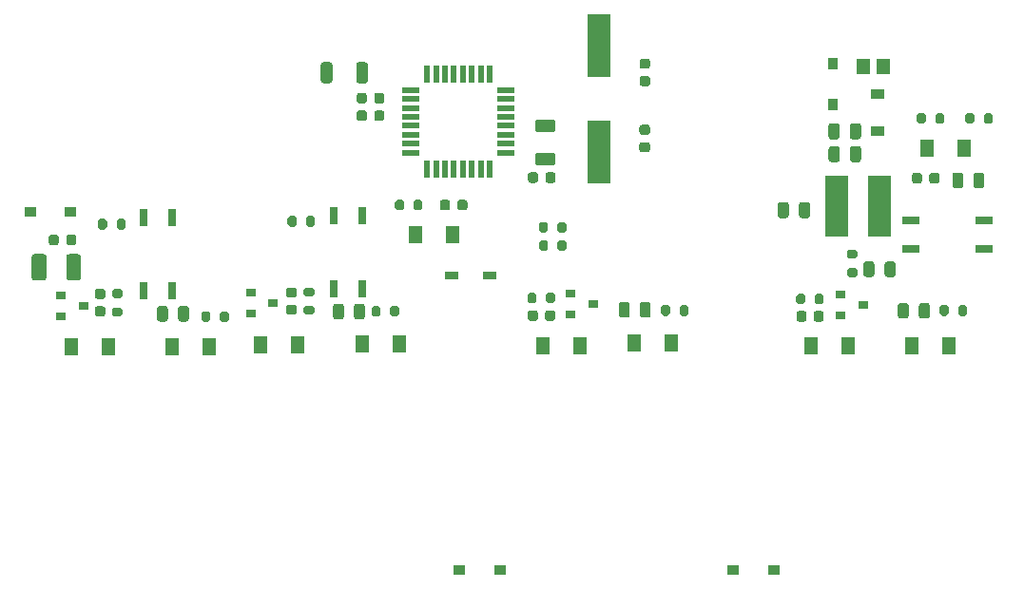
<source format=gbr>
%TF.GenerationSoftware,KiCad,Pcbnew,(5.1.10)-1*%
%TF.CreationDate,2021-12-03T15:52:50+05:30*%
%TF.ProjectId,Relay Board 2.0,52656c61-7920-4426-9f61-726420322e30,rev?*%
%TF.SameCoordinates,Original*%
%TF.FileFunction,Paste,Top*%
%TF.FilePolarity,Positive*%
%FSLAX46Y46*%
G04 Gerber Fmt 4.6, Leading zero omitted, Abs format (unit mm)*
G04 Created by KiCad (PCBNEW (5.1.10)-1) date 2021-12-03 15:52:50*
%MOMM*%
%LPD*%
G01*
G04 APERTURE LIST*
%ADD10R,1.200000X0.900000*%
%ADD11R,2.100000X5.600000*%
%ADD12R,1.550000X0.700000*%
%ADD13R,0.700000X1.550000*%
%ADD14R,1.150000X1.470000*%
%ADD15R,0.900000X0.800000*%
%ADD16R,2.150000X5.500000*%
%ADD17R,0.600000X1.500000*%
%ADD18R,1.500000X0.600000*%
%ADD19R,1.200000X0.750000*%
%ADD20R,1.150000X1.650000*%
%ADD21R,0.850000X1.050000*%
%ADD22R,1.050000X0.850000*%
G04 APERTURE END LIST*
D10*
%TO.C,D22*%
X178041300Y-62662800D03*
X178041300Y-65962800D03*
%TD*%
%TO.C,C17*%
G36*
G01*
X104013500Y-77179998D02*
X104013500Y-79030002D01*
G75*
G02*
X103763502Y-79280000I-249998J0D01*
G01*
X102938498Y-79280000D01*
G75*
G02*
X102688500Y-79030002I0J249998D01*
G01*
X102688500Y-77179998D01*
G75*
G02*
X102938498Y-76930000I249998J0D01*
G01*
X103763502Y-76930000D01*
G75*
G02*
X104013500Y-77179998I0J-249998D01*
G01*
G37*
G36*
G01*
X107088500Y-77179998D02*
X107088500Y-79030002D01*
G75*
G02*
X106838502Y-79280000I-249998J0D01*
G01*
X106013498Y-79280000D01*
G75*
G02*
X105763500Y-79030002I0J249998D01*
G01*
X105763500Y-77179998D01*
G75*
G02*
X106013498Y-76930000I249998J0D01*
G01*
X106838502Y-76930000D01*
G75*
G02*
X107088500Y-77179998I0J-249998D01*
G01*
G37*
%TD*%
%TO.C,D8*%
G36*
G01*
X131399700Y-82510950D02*
X131399700Y-81598450D01*
G75*
G02*
X131643450Y-81354700I243750J0D01*
G01*
X132130950Y-81354700D01*
G75*
G02*
X132374700Y-81598450I0J-243750D01*
G01*
X132374700Y-82510950D01*
G75*
G02*
X132130950Y-82754700I-243750J0D01*
G01*
X131643450Y-82754700D01*
G75*
G02*
X131399700Y-82510950I0J243750D01*
G01*
G37*
G36*
G01*
X129524700Y-82510950D02*
X129524700Y-81598450D01*
G75*
G02*
X129768450Y-81354700I243750J0D01*
G01*
X130255950Y-81354700D01*
G75*
G02*
X130499700Y-81598450I0J-243750D01*
G01*
X130499700Y-82510950D01*
G75*
G02*
X130255950Y-82754700I-243750J0D01*
G01*
X129768450Y-82754700D01*
G75*
G02*
X129524700Y-82510950I0J243750D01*
G01*
G37*
%TD*%
%TO.C,R13*%
G36*
G01*
X175480300Y-78174400D02*
X176030300Y-78174400D01*
G75*
G02*
X176230300Y-78374400I0J-200000D01*
G01*
X176230300Y-78774400D01*
G75*
G02*
X176030300Y-78974400I-200000J0D01*
G01*
X175480300Y-78974400D01*
G75*
G02*
X175280300Y-78774400I0J200000D01*
G01*
X175280300Y-78374400D01*
G75*
G02*
X175480300Y-78174400I200000J0D01*
G01*
G37*
G36*
G01*
X175480300Y-76524400D02*
X176030300Y-76524400D01*
G75*
G02*
X176230300Y-76724400I0J-200000D01*
G01*
X176230300Y-77124400D01*
G75*
G02*
X176030300Y-77324400I-200000J0D01*
G01*
X175480300Y-77324400D01*
G75*
G02*
X175280300Y-77124400I0J200000D01*
G01*
X175280300Y-76724400D01*
G75*
G02*
X175480300Y-76524400I200000J0D01*
G01*
G37*
%TD*%
%TO.C,C12*%
G36*
G01*
X170120000Y-72535000D02*
X170120000Y-73485000D01*
G75*
G02*
X169870000Y-73735000I-250000J0D01*
G01*
X169370000Y-73735000D01*
G75*
G02*
X169120000Y-73485000I0J250000D01*
G01*
X169120000Y-72535000D01*
G75*
G02*
X169370000Y-72285000I250000J0D01*
G01*
X169870000Y-72285000D01*
G75*
G02*
X170120000Y-72535000I0J-250000D01*
G01*
G37*
G36*
G01*
X172020000Y-72535000D02*
X172020000Y-73485000D01*
G75*
G02*
X171770000Y-73735000I-250000J0D01*
G01*
X171270000Y-73735000D01*
G75*
G02*
X171020000Y-73485000I0J250000D01*
G01*
X171020000Y-72535000D01*
G75*
G02*
X171270000Y-72285000I250000J0D01*
G01*
X171770000Y-72285000D01*
G75*
G02*
X172020000Y-72535000I0J-250000D01*
G01*
G37*
%TD*%
%TO.C,C8*%
G36*
G01*
X174644900Y-65514200D02*
X174644900Y-66464200D01*
G75*
G02*
X174394900Y-66714200I-250000J0D01*
G01*
X173894900Y-66714200D01*
G75*
G02*
X173644900Y-66464200I0J250000D01*
G01*
X173644900Y-65514200D01*
G75*
G02*
X173894900Y-65264200I250000J0D01*
G01*
X174394900Y-65264200D01*
G75*
G02*
X174644900Y-65514200I0J-250000D01*
G01*
G37*
G36*
G01*
X176544900Y-65514200D02*
X176544900Y-66464200D01*
G75*
G02*
X176294900Y-66714200I-250000J0D01*
G01*
X175794900Y-66714200D01*
G75*
G02*
X175544900Y-66464200I0J250000D01*
G01*
X175544900Y-65514200D01*
G75*
G02*
X175794900Y-65264200I250000J0D01*
G01*
X176294900Y-65264200D01*
G75*
G02*
X176544900Y-65514200I0J-250000D01*
G01*
G37*
%TD*%
%TO.C,C7*%
G36*
G01*
X174657600Y-67546200D02*
X174657600Y-68496200D01*
G75*
G02*
X174407600Y-68746200I-250000J0D01*
G01*
X173907600Y-68746200D01*
G75*
G02*
X173657600Y-68496200I0J250000D01*
G01*
X173657600Y-67546200D01*
G75*
G02*
X173907600Y-67296200I250000J0D01*
G01*
X174407600Y-67296200D01*
G75*
G02*
X174657600Y-67546200I0J-250000D01*
G01*
G37*
G36*
G01*
X176557600Y-67546200D02*
X176557600Y-68496200D01*
G75*
G02*
X176307600Y-68746200I-250000J0D01*
G01*
X175807600Y-68746200D01*
G75*
G02*
X175557600Y-68496200I0J250000D01*
G01*
X175557600Y-67546200D01*
G75*
G02*
X175807600Y-67296200I250000J0D01*
G01*
X176307600Y-67296200D01*
G75*
G02*
X176557600Y-67546200I0J-250000D01*
G01*
G37*
%TD*%
%TO.C,C14*%
G36*
G01*
X140595000Y-72810000D02*
X140595000Y-72310000D01*
G75*
G02*
X140820000Y-72085000I225000J0D01*
G01*
X141270000Y-72085000D01*
G75*
G02*
X141495000Y-72310000I0J-225000D01*
G01*
X141495000Y-72810000D01*
G75*
G02*
X141270000Y-73035000I-225000J0D01*
G01*
X140820000Y-73035000D01*
G75*
G02*
X140595000Y-72810000I0J225000D01*
G01*
G37*
G36*
G01*
X139045000Y-72810000D02*
X139045000Y-72310000D01*
G75*
G02*
X139270000Y-72085000I225000J0D01*
G01*
X139720000Y-72085000D01*
G75*
G02*
X139945000Y-72310000I0J-225000D01*
G01*
X139945000Y-72810000D01*
G75*
G02*
X139720000Y-73035000I-225000J0D01*
G01*
X139270000Y-73035000D01*
G75*
G02*
X139045000Y-72810000I0J225000D01*
G01*
G37*
%TD*%
D11*
%TO.C,Y1*%
X153170000Y-58330000D03*
X153170000Y-67830000D03*
%TD*%
D12*
%TO.C,U3*%
X180990000Y-76430000D03*
X180990000Y-73890000D03*
X187490000Y-73890000D03*
X187490000Y-76430000D03*
%TD*%
D13*
%TO.C,U2*%
X115190000Y-80200000D03*
X112650000Y-80200000D03*
X112650000Y-73700000D03*
X115190000Y-73700000D03*
%TD*%
%TO.C,U1*%
X132090000Y-80021500D03*
X129550000Y-80021500D03*
X129550000Y-73521500D03*
X132090000Y-73521500D03*
%TD*%
D14*
%TO.C,RT1*%
X178490000Y-60170000D03*
X176730000Y-60170000D03*
%TD*%
%TO.C,R16*%
G36*
G01*
X136695000Y-72835000D02*
X136695000Y-72285000D01*
G75*
G02*
X136895000Y-72085000I200000J0D01*
G01*
X137295000Y-72085000D01*
G75*
G02*
X137495000Y-72285000I0J-200000D01*
G01*
X137495000Y-72835000D01*
G75*
G02*
X137295000Y-73035000I-200000J0D01*
G01*
X136895000Y-73035000D01*
G75*
G02*
X136695000Y-72835000I0J200000D01*
G01*
G37*
G36*
G01*
X135045000Y-72835000D02*
X135045000Y-72285000D01*
G75*
G02*
X135245000Y-72085000I200000J0D01*
G01*
X135645000Y-72085000D01*
G75*
G02*
X135845000Y-72285000I0J-200000D01*
G01*
X135845000Y-72835000D01*
G75*
G02*
X135645000Y-73035000I-200000J0D01*
G01*
X135245000Y-73035000D01*
G75*
G02*
X135045000Y-72835000I0J200000D01*
G01*
G37*
%TD*%
%TO.C,R15*%
G36*
G01*
X149515000Y-76445000D02*
X149515000Y-75895000D01*
G75*
G02*
X149715000Y-75695000I200000J0D01*
G01*
X150115000Y-75695000D01*
G75*
G02*
X150315000Y-75895000I0J-200000D01*
G01*
X150315000Y-76445000D01*
G75*
G02*
X150115000Y-76645000I-200000J0D01*
G01*
X149715000Y-76645000D01*
G75*
G02*
X149515000Y-76445000I0J200000D01*
G01*
G37*
G36*
G01*
X147865000Y-76445000D02*
X147865000Y-75895000D01*
G75*
G02*
X148065000Y-75695000I200000J0D01*
G01*
X148465000Y-75695000D01*
G75*
G02*
X148665000Y-75895000I0J-200000D01*
G01*
X148665000Y-76445000D01*
G75*
G02*
X148465000Y-76645000I-200000J0D01*
G01*
X148065000Y-76645000D01*
G75*
G02*
X147865000Y-76445000I0J200000D01*
G01*
G37*
%TD*%
%TO.C,R14*%
G36*
G01*
X148655000Y-74275000D02*
X148655000Y-74825000D01*
G75*
G02*
X148455000Y-75025000I-200000J0D01*
G01*
X148055000Y-75025000D01*
G75*
G02*
X147855000Y-74825000I0J200000D01*
G01*
X147855000Y-74275000D01*
G75*
G02*
X148055000Y-74075000I200000J0D01*
G01*
X148455000Y-74075000D01*
G75*
G02*
X148655000Y-74275000I0J-200000D01*
G01*
G37*
G36*
G01*
X150305000Y-74275000D02*
X150305000Y-74825000D01*
G75*
G02*
X150105000Y-75025000I-200000J0D01*
G01*
X149705000Y-75025000D01*
G75*
G02*
X149505000Y-74825000I0J200000D01*
G01*
X149505000Y-74275000D01*
G75*
G02*
X149705000Y-74075000I200000J0D01*
G01*
X150105000Y-74075000D01*
G75*
G02*
X150305000Y-74275000I0J-200000D01*
G01*
G37*
%TD*%
%TO.C,R12*%
G36*
G01*
X119455000Y-82785000D02*
X119455000Y-82235000D01*
G75*
G02*
X119655000Y-82035000I200000J0D01*
G01*
X120055000Y-82035000D01*
G75*
G02*
X120255000Y-82235000I0J-200000D01*
G01*
X120255000Y-82785000D01*
G75*
G02*
X120055000Y-82985000I-200000J0D01*
G01*
X119655000Y-82985000D01*
G75*
G02*
X119455000Y-82785000I0J200000D01*
G01*
G37*
G36*
G01*
X117805000Y-82785000D02*
X117805000Y-82235000D01*
G75*
G02*
X118005000Y-82035000I200000J0D01*
G01*
X118405000Y-82035000D01*
G75*
G02*
X118605000Y-82235000I0J-200000D01*
G01*
X118605000Y-82785000D01*
G75*
G02*
X118405000Y-82985000I-200000J0D01*
G01*
X118005000Y-82985000D01*
G75*
G02*
X117805000Y-82785000I0J200000D01*
G01*
G37*
%TD*%
%TO.C,R11*%
G36*
G01*
X134613200Y-82317000D02*
X134613200Y-81767000D01*
G75*
G02*
X134813200Y-81567000I200000J0D01*
G01*
X135213200Y-81567000D01*
G75*
G02*
X135413200Y-81767000I0J-200000D01*
G01*
X135413200Y-82317000D01*
G75*
G02*
X135213200Y-82517000I-200000J0D01*
G01*
X134813200Y-82517000D01*
G75*
G02*
X134613200Y-82317000I0J200000D01*
G01*
G37*
G36*
G01*
X132963200Y-82317000D02*
X132963200Y-81767000D01*
G75*
G02*
X133163200Y-81567000I200000J0D01*
G01*
X133563200Y-81567000D01*
G75*
G02*
X133763200Y-81767000I0J-200000D01*
G01*
X133763200Y-82317000D01*
G75*
G02*
X133563200Y-82517000I-200000J0D01*
G01*
X133163200Y-82517000D01*
G75*
G02*
X132963200Y-82317000I0J200000D01*
G01*
G37*
%TD*%
%TO.C,R10*%
G36*
G01*
X110585000Y-80829600D02*
X110035000Y-80829600D01*
G75*
G02*
X109835000Y-80629600I0J200000D01*
G01*
X109835000Y-80229600D01*
G75*
G02*
X110035000Y-80029600I200000J0D01*
G01*
X110585000Y-80029600D01*
G75*
G02*
X110785000Y-80229600I0J-200000D01*
G01*
X110785000Y-80629600D01*
G75*
G02*
X110585000Y-80829600I-200000J0D01*
G01*
G37*
G36*
G01*
X110585000Y-82479600D02*
X110035000Y-82479600D01*
G75*
G02*
X109835000Y-82279600I0J200000D01*
G01*
X109835000Y-81879600D01*
G75*
G02*
X110035000Y-81679600I200000J0D01*
G01*
X110585000Y-81679600D01*
G75*
G02*
X110785000Y-81879600I0J-200000D01*
G01*
X110785000Y-82279600D01*
G75*
G02*
X110585000Y-82479600I-200000J0D01*
G01*
G37*
%TD*%
%TO.C,R9*%
G36*
G01*
X127655000Y-80695000D02*
X127105000Y-80695000D01*
G75*
G02*
X126905000Y-80495000I0J200000D01*
G01*
X126905000Y-80095000D01*
G75*
G02*
X127105000Y-79895000I200000J0D01*
G01*
X127655000Y-79895000D01*
G75*
G02*
X127855000Y-80095000I0J-200000D01*
G01*
X127855000Y-80495000D01*
G75*
G02*
X127655000Y-80695000I-200000J0D01*
G01*
G37*
G36*
G01*
X127655000Y-82345000D02*
X127105000Y-82345000D01*
G75*
G02*
X126905000Y-82145000I0J200000D01*
G01*
X126905000Y-81745000D01*
G75*
G02*
X127105000Y-81545000I200000J0D01*
G01*
X127655000Y-81545000D01*
G75*
G02*
X127855000Y-81745000I0J-200000D01*
G01*
X127855000Y-82145000D01*
G75*
G02*
X127655000Y-82345000I-200000J0D01*
G01*
G37*
%TD*%
%TO.C,R8*%
G36*
G01*
X182315000Y-64565000D02*
X182315000Y-65115000D01*
G75*
G02*
X182115000Y-65315000I-200000J0D01*
G01*
X181715000Y-65315000D01*
G75*
G02*
X181515000Y-65115000I0J200000D01*
G01*
X181515000Y-64565000D01*
G75*
G02*
X181715000Y-64365000I200000J0D01*
G01*
X182115000Y-64365000D01*
G75*
G02*
X182315000Y-64565000I0J-200000D01*
G01*
G37*
G36*
G01*
X183965000Y-64565000D02*
X183965000Y-65115000D01*
G75*
G02*
X183765000Y-65315000I-200000J0D01*
G01*
X183365000Y-65315000D01*
G75*
G02*
X183165000Y-65115000I0J200000D01*
G01*
X183165000Y-64565000D01*
G75*
G02*
X183365000Y-64365000I200000J0D01*
G01*
X183765000Y-64365000D01*
G75*
G02*
X183965000Y-64565000I0J-200000D01*
G01*
G37*
%TD*%
%TO.C,R7*%
G36*
G01*
X187495000Y-65125000D02*
X187495000Y-64575000D01*
G75*
G02*
X187695000Y-64375000I200000J0D01*
G01*
X188095000Y-64375000D01*
G75*
G02*
X188295000Y-64575000I0J-200000D01*
G01*
X188295000Y-65125000D01*
G75*
G02*
X188095000Y-65325000I-200000J0D01*
G01*
X187695000Y-65325000D01*
G75*
G02*
X187495000Y-65125000I0J200000D01*
G01*
G37*
G36*
G01*
X185845000Y-65125000D02*
X185845000Y-64575000D01*
G75*
G02*
X186045000Y-64375000I200000J0D01*
G01*
X186445000Y-64375000D01*
G75*
G02*
X186645000Y-64575000I0J-200000D01*
G01*
X186645000Y-65125000D01*
G75*
G02*
X186445000Y-65325000I-200000J0D01*
G01*
X186045000Y-65325000D01*
G75*
G02*
X185845000Y-65125000I0J200000D01*
G01*
G37*
%TD*%
%TO.C,R6*%
G36*
G01*
X185195000Y-82235000D02*
X185195000Y-81685000D01*
G75*
G02*
X185395000Y-81485000I200000J0D01*
G01*
X185795000Y-81485000D01*
G75*
G02*
X185995000Y-81685000I0J-200000D01*
G01*
X185995000Y-82235000D01*
G75*
G02*
X185795000Y-82435000I-200000J0D01*
G01*
X185395000Y-82435000D01*
G75*
G02*
X185195000Y-82235000I0J200000D01*
G01*
G37*
G36*
G01*
X183545000Y-82235000D02*
X183545000Y-81685000D01*
G75*
G02*
X183745000Y-81485000I200000J0D01*
G01*
X184145000Y-81485000D01*
G75*
G02*
X184345000Y-81685000I0J-200000D01*
G01*
X184345000Y-82235000D01*
G75*
G02*
X184145000Y-82435000I-200000J0D01*
G01*
X183745000Y-82435000D01*
G75*
G02*
X183545000Y-82235000I0J200000D01*
G01*
G37*
%TD*%
%TO.C,R5*%
G36*
G01*
X160385000Y-82235000D02*
X160385000Y-81685000D01*
G75*
G02*
X160585000Y-81485000I200000J0D01*
G01*
X160985000Y-81485000D01*
G75*
G02*
X161185000Y-81685000I0J-200000D01*
G01*
X161185000Y-82235000D01*
G75*
G02*
X160985000Y-82435000I-200000J0D01*
G01*
X160585000Y-82435000D01*
G75*
G02*
X160385000Y-82235000I0J200000D01*
G01*
G37*
G36*
G01*
X158735000Y-82235000D02*
X158735000Y-81685000D01*
G75*
G02*
X158935000Y-81485000I200000J0D01*
G01*
X159335000Y-81485000D01*
G75*
G02*
X159535000Y-81685000I0J-200000D01*
G01*
X159535000Y-82235000D01*
G75*
G02*
X159335000Y-82435000I-200000J0D01*
G01*
X158935000Y-82435000D01*
G75*
G02*
X158735000Y-82235000I0J200000D01*
G01*
G37*
%TD*%
%TO.C,R4*%
G36*
G01*
X172425000Y-81215000D02*
X172425000Y-80665000D01*
G75*
G02*
X172625000Y-80465000I200000J0D01*
G01*
X173025000Y-80465000D01*
G75*
G02*
X173225000Y-80665000I0J-200000D01*
G01*
X173225000Y-81215000D01*
G75*
G02*
X173025000Y-81415000I-200000J0D01*
G01*
X172625000Y-81415000D01*
G75*
G02*
X172425000Y-81215000I0J200000D01*
G01*
G37*
G36*
G01*
X170775000Y-81215000D02*
X170775000Y-80665000D01*
G75*
G02*
X170975000Y-80465000I200000J0D01*
G01*
X171375000Y-80465000D01*
G75*
G02*
X171575000Y-80665000I0J-200000D01*
G01*
X171575000Y-81215000D01*
G75*
G02*
X171375000Y-81415000I-200000J0D01*
G01*
X170975000Y-81415000D01*
G75*
G02*
X170775000Y-81215000I0J200000D01*
G01*
G37*
%TD*%
%TO.C,R3*%
G36*
G01*
X148505000Y-81125000D02*
X148505000Y-80575000D01*
G75*
G02*
X148705000Y-80375000I200000J0D01*
G01*
X149105000Y-80375000D01*
G75*
G02*
X149305000Y-80575000I0J-200000D01*
G01*
X149305000Y-81125000D01*
G75*
G02*
X149105000Y-81325000I-200000J0D01*
G01*
X148705000Y-81325000D01*
G75*
G02*
X148505000Y-81125000I0J200000D01*
G01*
G37*
G36*
G01*
X146855000Y-81125000D02*
X146855000Y-80575000D01*
G75*
G02*
X147055000Y-80375000I200000J0D01*
G01*
X147455000Y-80375000D01*
G75*
G02*
X147655000Y-80575000I0J-200000D01*
G01*
X147655000Y-81125000D01*
G75*
G02*
X147455000Y-81325000I-200000J0D01*
G01*
X147055000Y-81325000D01*
G75*
G02*
X146855000Y-81125000I0J200000D01*
G01*
G37*
%TD*%
%TO.C,R2*%
G36*
G01*
X110254600Y-74531900D02*
X110254600Y-73981900D01*
G75*
G02*
X110454600Y-73781900I200000J0D01*
G01*
X110854600Y-73781900D01*
G75*
G02*
X111054600Y-73981900I0J-200000D01*
G01*
X111054600Y-74531900D01*
G75*
G02*
X110854600Y-74731900I-200000J0D01*
G01*
X110454600Y-74731900D01*
G75*
G02*
X110254600Y-74531900I0J200000D01*
G01*
G37*
G36*
G01*
X108604600Y-74531900D02*
X108604600Y-73981900D01*
G75*
G02*
X108804600Y-73781900I200000J0D01*
G01*
X109204600Y-73781900D01*
G75*
G02*
X109404600Y-73981900I0J-200000D01*
G01*
X109404600Y-74531900D01*
G75*
G02*
X109204600Y-74731900I-200000J0D01*
G01*
X108804600Y-74731900D01*
G75*
G02*
X108604600Y-74531900I0J200000D01*
G01*
G37*
%TD*%
%TO.C,R1*%
G36*
G01*
X127132900Y-74277900D02*
X127132900Y-73727900D01*
G75*
G02*
X127332900Y-73527900I200000J0D01*
G01*
X127732900Y-73527900D01*
G75*
G02*
X127932900Y-73727900I0J-200000D01*
G01*
X127932900Y-74277900D01*
G75*
G02*
X127732900Y-74477900I-200000J0D01*
G01*
X127332900Y-74477900D01*
G75*
G02*
X127132900Y-74277900I0J200000D01*
G01*
G37*
G36*
G01*
X125482900Y-74277900D02*
X125482900Y-73727900D01*
G75*
G02*
X125682900Y-73527900I200000J0D01*
G01*
X126082900Y-73527900D01*
G75*
G02*
X126282900Y-73727900I0J-200000D01*
G01*
X126282900Y-74277900D01*
G75*
G02*
X126082900Y-74477900I-200000J0D01*
G01*
X125682900Y-74477900D01*
G75*
G02*
X125482900Y-74277900I0J200000D01*
G01*
G37*
%TD*%
D15*
%TO.C,Q4*%
X107290000Y-81534000D03*
X105290000Y-82484000D03*
X105290000Y-80584000D03*
%TD*%
%TO.C,Q3*%
X124200000Y-81310000D03*
X122200000Y-82260000D03*
X122200000Y-80360000D03*
%TD*%
%TO.C,Q2*%
X176710000Y-81460000D03*
X174710000Y-82410000D03*
X174710000Y-80510000D03*
%TD*%
%TO.C,Q1*%
X152670000Y-81390000D03*
X150670000Y-82340000D03*
X150670000Y-80440000D03*
%TD*%
%TO.C,L2*%
G36*
G01*
X131580600Y-61460001D02*
X131580600Y-60059999D01*
G75*
G02*
X131830599Y-59810000I249999J0D01*
G01*
X132380601Y-59810000D01*
G75*
G02*
X132630600Y-60059999I0J-249999D01*
G01*
X132630600Y-61460001D01*
G75*
G02*
X132380601Y-61710000I-249999J0D01*
G01*
X131830599Y-61710000D01*
G75*
G02*
X131580600Y-61460001I0J249999D01*
G01*
G37*
G36*
G01*
X128430600Y-61460001D02*
X128430600Y-60059999D01*
G75*
G02*
X128680599Y-59810000I249999J0D01*
G01*
X129230601Y-59810000D01*
G75*
G02*
X129480600Y-60059999I0J-249999D01*
G01*
X129480600Y-61460001D01*
G75*
G02*
X129230601Y-61710000I-249999J0D01*
G01*
X128680599Y-61710000D01*
G75*
G02*
X128430600Y-61460001I0J249999D01*
G01*
G37*
%TD*%
D16*
%TO.C,L1*%
X174363700Y-72656700D03*
X178213700Y-72656700D03*
%TD*%
D17*
%TO.C,IC1*%
X143500000Y-69350000D03*
X142700000Y-69350000D03*
X141900000Y-69350000D03*
X141100000Y-69350000D03*
X140300000Y-69350000D03*
X139500000Y-69350000D03*
X138700000Y-69350000D03*
X137900000Y-69350000D03*
D18*
X136450000Y-67900000D03*
X136450000Y-67100000D03*
X136450000Y-66300000D03*
X136450000Y-65500000D03*
X136450000Y-64700000D03*
X136450000Y-63900000D03*
X136450000Y-63100000D03*
X136450000Y-62300000D03*
D17*
X137900000Y-60850000D03*
X138700000Y-60850000D03*
X139500000Y-60850000D03*
X140300000Y-60850000D03*
X141100000Y-60850000D03*
X141900000Y-60850000D03*
X142700000Y-60850000D03*
X143500000Y-60850000D03*
D18*
X144950000Y-62300000D03*
X144950000Y-63100000D03*
X144950000Y-63900000D03*
X144950000Y-64700000D03*
X144950000Y-65500000D03*
X144950000Y-66300000D03*
X144950000Y-67100000D03*
X144950000Y-67900000D03*
%TD*%
D19*
%TO.C,D21*%
X143508200Y-78867000D03*
X140108200Y-78867000D03*
%TD*%
D20*
%TO.C,D20*%
X140150000Y-75200000D03*
X136850000Y-75200000D03*
%TD*%
D21*
%TO.C,D19*%
X174080000Y-59972800D03*
X174080000Y-63572800D03*
%TD*%
D22*
%TO.C,D18*%
X102568600Y-73152000D03*
X106168600Y-73152000D03*
%TD*%
%TO.C,D17*%
X165180000Y-105100000D03*
X168780000Y-105100000D03*
%TD*%
%TO.C,D16*%
X140790000Y-105080000D03*
X144390000Y-105080000D03*
%TD*%
%TO.C,D15*%
G36*
G01*
X177743700Y-77826550D02*
X177743700Y-78739050D01*
G75*
G02*
X177499950Y-78982800I-243750J0D01*
G01*
X177012450Y-78982800D01*
G75*
G02*
X176768700Y-78739050I0J243750D01*
G01*
X176768700Y-77826550D01*
G75*
G02*
X177012450Y-77582800I243750J0D01*
G01*
X177499950Y-77582800D01*
G75*
G02*
X177743700Y-77826550I0J-243750D01*
G01*
G37*
G36*
G01*
X179618700Y-77826550D02*
X179618700Y-78739050D01*
G75*
G02*
X179374950Y-78982800I-243750J0D01*
G01*
X178887450Y-78982800D01*
G75*
G02*
X178643700Y-78739050I0J243750D01*
G01*
X178643700Y-77826550D01*
G75*
G02*
X178887450Y-77582800I243750J0D01*
G01*
X179374950Y-77582800D01*
G75*
G02*
X179618700Y-77826550I0J-243750D01*
G01*
G37*
%TD*%
D20*
%TO.C,D14*%
X106198400Y-85191600D03*
X109498400Y-85191600D03*
%TD*%
%TO.C,D13*%
X115190000Y-85150000D03*
X118490000Y-85150000D03*
%TD*%
%TO.C,D12*%
X123050000Y-84980000D03*
X126350000Y-84980000D03*
%TD*%
%TO.C,D11*%
X132110000Y-84970000D03*
X135410000Y-84970000D03*
%TD*%
%TO.C,D10*%
G36*
G01*
X185650000Y-69903750D02*
X185650000Y-70816250D01*
G75*
G02*
X185406250Y-71060000I-243750J0D01*
G01*
X184918750Y-71060000D01*
G75*
G02*
X184675000Y-70816250I0J243750D01*
G01*
X184675000Y-69903750D01*
G75*
G02*
X184918750Y-69660000I243750J0D01*
G01*
X185406250Y-69660000D01*
G75*
G02*
X185650000Y-69903750I0J-243750D01*
G01*
G37*
G36*
G01*
X187525000Y-69903750D02*
X187525000Y-70816250D01*
G75*
G02*
X187281250Y-71060000I-243750J0D01*
G01*
X186793750Y-71060000D01*
G75*
G02*
X186550000Y-70816250I0J243750D01*
G01*
X186550000Y-69903750D01*
G75*
G02*
X186793750Y-69660000I243750J0D01*
G01*
X187281250Y-69660000D01*
G75*
G02*
X187525000Y-69903750I0J-243750D01*
G01*
G37*
%TD*%
%TO.C,D9*%
G36*
G01*
X115730000Y-82706250D02*
X115730000Y-81793750D01*
G75*
G02*
X115973750Y-81550000I243750J0D01*
G01*
X116461250Y-81550000D01*
G75*
G02*
X116705000Y-81793750I0J-243750D01*
G01*
X116705000Y-82706250D01*
G75*
G02*
X116461250Y-82950000I-243750J0D01*
G01*
X115973750Y-82950000D01*
G75*
G02*
X115730000Y-82706250I0J243750D01*
G01*
G37*
G36*
G01*
X113855000Y-82706250D02*
X113855000Y-81793750D01*
G75*
G02*
X114098750Y-81550000I243750J0D01*
G01*
X114586250Y-81550000D01*
G75*
G02*
X114830000Y-81793750I0J-243750D01*
G01*
X114830000Y-82706250D01*
G75*
G02*
X114586250Y-82950000I-243750J0D01*
G01*
X114098750Y-82950000D01*
G75*
G02*
X113855000Y-82706250I0J243750D01*
G01*
G37*
%TD*%
%TO.C,D7*%
X172080000Y-85130000D03*
X175380000Y-85130000D03*
%TD*%
%TO.C,D6*%
X181040000Y-85070000D03*
X184340000Y-85070000D03*
%TD*%
%TO.C,D5*%
X148230000Y-85060000D03*
X151530000Y-85060000D03*
%TD*%
%TO.C,D4*%
X156340000Y-84850000D03*
X159640000Y-84850000D03*
%TD*%
%TO.C,D3*%
X182400000Y-67500000D03*
X185700000Y-67500000D03*
%TD*%
%TO.C,D2*%
G36*
G01*
X181700000Y-82436250D02*
X181700000Y-81523750D01*
G75*
G02*
X181943750Y-81280000I243750J0D01*
G01*
X182431250Y-81280000D01*
G75*
G02*
X182675000Y-81523750I0J-243750D01*
G01*
X182675000Y-82436250D01*
G75*
G02*
X182431250Y-82680000I-243750J0D01*
G01*
X181943750Y-82680000D01*
G75*
G02*
X181700000Y-82436250I0J243750D01*
G01*
G37*
G36*
G01*
X179825000Y-82436250D02*
X179825000Y-81523750D01*
G75*
G02*
X180068750Y-81280000I243750J0D01*
G01*
X180556250Y-81280000D01*
G75*
G02*
X180800000Y-81523750I0J-243750D01*
G01*
X180800000Y-82436250D01*
G75*
G02*
X180556250Y-82680000I-243750J0D01*
G01*
X180068750Y-82680000D01*
G75*
G02*
X179825000Y-82436250I0J243750D01*
G01*
G37*
%TD*%
%TO.C,D1*%
G36*
G01*
X156850000Y-82356250D02*
X156850000Y-81443750D01*
G75*
G02*
X157093750Y-81200000I243750J0D01*
G01*
X157581250Y-81200000D01*
G75*
G02*
X157825000Y-81443750I0J-243750D01*
G01*
X157825000Y-82356250D01*
G75*
G02*
X157581250Y-82600000I-243750J0D01*
G01*
X157093750Y-82600000D01*
G75*
G02*
X156850000Y-82356250I0J243750D01*
G01*
G37*
G36*
G01*
X154975000Y-82356250D02*
X154975000Y-81443750D01*
G75*
G02*
X155218750Y-81200000I243750J0D01*
G01*
X155706250Y-81200000D01*
G75*
G02*
X155950000Y-81443750I0J-243750D01*
G01*
X155950000Y-82356250D01*
G75*
G02*
X155706250Y-82600000I-243750J0D01*
G01*
X155218750Y-82600000D01*
G75*
G02*
X154975000Y-82356250I0J243750D01*
G01*
G37*
%TD*%
%TO.C,C16*%
G36*
G01*
X132540000Y-62780000D02*
X132540000Y-63280000D01*
G75*
G02*
X132315000Y-63505000I-225000J0D01*
G01*
X131865000Y-63505000D01*
G75*
G02*
X131640000Y-63280000I0J225000D01*
G01*
X131640000Y-62780000D01*
G75*
G02*
X131865000Y-62555000I225000J0D01*
G01*
X132315000Y-62555000D01*
G75*
G02*
X132540000Y-62780000I0J-225000D01*
G01*
G37*
G36*
G01*
X134090000Y-62780000D02*
X134090000Y-63280000D01*
G75*
G02*
X133865000Y-63505000I-225000J0D01*
G01*
X133415000Y-63505000D01*
G75*
G02*
X133190000Y-63280000I0J225000D01*
G01*
X133190000Y-62780000D01*
G75*
G02*
X133415000Y-62555000I225000J0D01*
G01*
X133865000Y-62555000D01*
G75*
G02*
X134090000Y-62780000I0J-225000D01*
G01*
G37*
%TD*%
%TO.C,C15*%
G36*
G01*
X133190000Y-64850000D02*
X133190000Y-64350000D01*
G75*
G02*
X133415000Y-64125000I225000J0D01*
G01*
X133865000Y-64125000D01*
G75*
G02*
X134090000Y-64350000I0J-225000D01*
G01*
X134090000Y-64850000D01*
G75*
G02*
X133865000Y-65075000I-225000J0D01*
G01*
X133415000Y-65075000D01*
G75*
G02*
X133190000Y-64850000I0J225000D01*
G01*
G37*
G36*
G01*
X131640000Y-64850000D02*
X131640000Y-64350000D01*
G75*
G02*
X131865000Y-64125000I225000J0D01*
G01*
X132315000Y-64125000D01*
G75*
G02*
X132540000Y-64350000I0J-225000D01*
G01*
X132540000Y-64850000D01*
G75*
G02*
X132315000Y-65075000I-225000J0D01*
G01*
X131865000Y-65075000D01*
G75*
G02*
X131640000Y-64850000I0J225000D01*
G01*
G37*
%TD*%
%TO.C,C13*%
G36*
G01*
X147779999Y-67880000D02*
X149080001Y-67880000D01*
G75*
G02*
X149330000Y-68129999I0J-249999D01*
G01*
X149330000Y-68780001D01*
G75*
G02*
X149080001Y-69030000I-249999J0D01*
G01*
X147779999Y-69030000D01*
G75*
G02*
X147530000Y-68780001I0J249999D01*
G01*
X147530000Y-68129999D01*
G75*
G02*
X147779999Y-67880000I249999J0D01*
G01*
G37*
G36*
G01*
X147779999Y-64930000D02*
X149080001Y-64930000D01*
G75*
G02*
X149330000Y-65179999I0J-249999D01*
G01*
X149330000Y-65830001D01*
G75*
G02*
X149080001Y-66080000I-249999J0D01*
G01*
X147779999Y-66080000D01*
G75*
G02*
X147530000Y-65830001I0J249999D01*
G01*
X147530000Y-65179999D01*
G75*
G02*
X147779999Y-64930000I249999J0D01*
G01*
G37*
%TD*%
%TO.C,C11*%
G36*
G01*
X148435000Y-70360000D02*
X148435000Y-69860000D01*
G75*
G02*
X148660000Y-69635000I225000J0D01*
G01*
X149110000Y-69635000D01*
G75*
G02*
X149335000Y-69860000I0J-225000D01*
G01*
X149335000Y-70360000D01*
G75*
G02*
X149110000Y-70585000I-225000J0D01*
G01*
X148660000Y-70585000D01*
G75*
G02*
X148435000Y-70360000I0J225000D01*
G01*
G37*
G36*
G01*
X146885000Y-70360000D02*
X146885000Y-69860000D01*
G75*
G02*
X147110000Y-69635000I225000J0D01*
G01*
X147560000Y-69635000D01*
G75*
G02*
X147785000Y-69860000I0J-225000D01*
G01*
X147785000Y-70360000D01*
G75*
G02*
X147560000Y-70585000I-225000J0D01*
G01*
X147110000Y-70585000D01*
G75*
G02*
X146885000Y-70360000I0J225000D01*
G01*
G37*
%TD*%
%TO.C,C10*%
G36*
G01*
X157040000Y-61065000D02*
X157540000Y-61065000D01*
G75*
G02*
X157765000Y-61290000I0J-225000D01*
G01*
X157765000Y-61740000D01*
G75*
G02*
X157540000Y-61965000I-225000J0D01*
G01*
X157040000Y-61965000D01*
G75*
G02*
X156815000Y-61740000I0J225000D01*
G01*
X156815000Y-61290000D01*
G75*
G02*
X157040000Y-61065000I225000J0D01*
G01*
G37*
G36*
G01*
X157040000Y-59515000D02*
X157540000Y-59515000D01*
G75*
G02*
X157765000Y-59740000I0J-225000D01*
G01*
X157765000Y-60190000D01*
G75*
G02*
X157540000Y-60415000I-225000J0D01*
G01*
X157040000Y-60415000D01*
G75*
G02*
X156815000Y-60190000I0J225000D01*
G01*
X156815000Y-59740000D01*
G75*
G02*
X157040000Y-59515000I225000J0D01*
G01*
G37*
%TD*%
%TO.C,C9*%
G36*
G01*
X157530000Y-66295000D02*
X157030000Y-66295000D01*
G75*
G02*
X156805000Y-66070000I0J225000D01*
G01*
X156805000Y-65620000D01*
G75*
G02*
X157030000Y-65395000I225000J0D01*
G01*
X157530000Y-65395000D01*
G75*
G02*
X157755000Y-65620000I0J-225000D01*
G01*
X157755000Y-66070000D01*
G75*
G02*
X157530000Y-66295000I-225000J0D01*
G01*
G37*
G36*
G01*
X157530000Y-67845000D02*
X157030000Y-67845000D01*
G75*
G02*
X156805000Y-67620000I0J225000D01*
G01*
X156805000Y-67170000D01*
G75*
G02*
X157030000Y-66945000I225000J0D01*
G01*
X157530000Y-66945000D01*
G75*
G02*
X157755000Y-67170000I0J-225000D01*
G01*
X157755000Y-67620000D01*
G75*
G02*
X157530000Y-67845000I-225000J0D01*
G01*
G37*
%TD*%
%TO.C,C6*%
G36*
G01*
X105110400Y-75416600D02*
X105110400Y-75916600D01*
G75*
G02*
X104885400Y-76141600I-225000J0D01*
G01*
X104435400Y-76141600D01*
G75*
G02*
X104210400Y-75916600I0J225000D01*
G01*
X104210400Y-75416600D01*
G75*
G02*
X104435400Y-75191600I225000J0D01*
G01*
X104885400Y-75191600D01*
G75*
G02*
X105110400Y-75416600I0J-225000D01*
G01*
G37*
G36*
G01*
X106660400Y-75416600D02*
X106660400Y-75916600D01*
G75*
G02*
X106435400Y-76141600I-225000J0D01*
G01*
X105985400Y-76141600D01*
G75*
G02*
X105760400Y-75916600I0J225000D01*
G01*
X105760400Y-75416600D01*
G75*
G02*
X105985400Y-75191600I225000J0D01*
G01*
X106435400Y-75191600D01*
G75*
G02*
X106660400Y-75416600I0J-225000D01*
G01*
G37*
%TD*%
%TO.C,C5*%
G36*
G01*
X181975000Y-69910000D02*
X181975000Y-70410000D01*
G75*
G02*
X181750000Y-70635000I-225000J0D01*
G01*
X181300000Y-70635000D01*
G75*
G02*
X181075000Y-70410000I0J225000D01*
G01*
X181075000Y-69910000D01*
G75*
G02*
X181300000Y-69685000I225000J0D01*
G01*
X181750000Y-69685000D01*
G75*
G02*
X181975000Y-69910000I0J-225000D01*
G01*
G37*
G36*
G01*
X183525000Y-69910000D02*
X183525000Y-70410000D01*
G75*
G02*
X183300000Y-70635000I-225000J0D01*
G01*
X182850000Y-70635000D01*
G75*
G02*
X182625000Y-70410000I0J225000D01*
G01*
X182625000Y-69910000D01*
G75*
G02*
X182850000Y-69685000I225000J0D01*
G01*
X183300000Y-69685000D01*
G75*
G02*
X183525000Y-69910000I0J-225000D01*
G01*
G37*
%TD*%
%TO.C,C4*%
G36*
G01*
X108538200Y-81579600D02*
X109038200Y-81579600D01*
G75*
G02*
X109263200Y-81804600I0J-225000D01*
G01*
X109263200Y-82254600D01*
G75*
G02*
X109038200Y-82479600I-225000J0D01*
G01*
X108538200Y-82479600D01*
G75*
G02*
X108313200Y-82254600I0J225000D01*
G01*
X108313200Y-81804600D01*
G75*
G02*
X108538200Y-81579600I225000J0D01*
G01*
G37*
G36*
G01*
X108538200Y-80029600D02*
X109038200Y-80029600D01*
G75*
G02*
X109263200Y-80254600I0J-225000D01*
G01*
X109263200Y-80704600D01*
G75*
G02*
X109038200Y-80929600I-225000J0D01*
G01*
X108538200Y-80929600D01*
G75*
G02*
X108313200Y-80704600I0J225000D01*
G01*
X108313200Y-80254600D01*
G75*
G02*
X108538200Y-80029600I225000J0D01*
G01*
G37*
%TD*%
%TO.C,C3*%
G36*
G01*
X125570000Y-81445000D02*
X126070000Y-81445000D01*
G75*
G02*
X126295000Y-81670000I0J-225000D01*
G01*
X126295000Y-82120000D01*
G75*
G02*
X126070000Y-82345000I-225000J0D01*
G01*
X125570000Y-82345000D01*
G75*
G02*
X125345000Y-82120000I0J225000D01*
G01*
X125345000Y-81670000D01*
G75*
G02*
X125570000Y-81445000I225000J0D01*
G01*
G37*
G36*
G01*
X125570000Y-79895000D02*
X126070000Y-79895000D01*
G75*
G02*
X126295000Y-80120000I0J-225000D01*
G01*
X126295000Y-80570000D01*
G75*
G02*
X126070000Y-80795000I-225000J0D01*
G01*
X125570000Y-80795000D01*
G75*
G02*
X125345000Y-80570000I0J225000D01*
G01*
X125345000Y-80120000D01*
G75*
G02*
X125570000Y-79895000I225000J0D01*
G01*
G37*
%TD*%
%TO.C,C2*%
G36*
G01*
X172333800Y-82723800D02*
X172333800Y-82223800D01*
G75*
G02*
X172558800Y-81998800I225000J0D01*
G01*
X173008800Y-81998800D01*
G75*
G02*
X173233800Y-82223800I0J-225000D01*
G01*
X173233800Y-82723800D01*
G75*
G02*
X173008800Y-82948800I-225000J0D01*
G01*
X172558800Y-82948800D01*
G75*
G02*
X172333800Y-82723800I0J225000D01*
G01*
G37*
G36*
G01*
X170783800Y-82723800D02*
X170783800Y-82223800D01*
G75*
G02*
X171008800Y-81998800I225000J0D01*
G01*
X171458800Y-81998800D01*
G75*
G02*
X171683800Y-82223800I0J-225000D01*
G01*
X171683800Y-82723800D01*
G75*
G02*
X171458800Y-82948800I-225000J0D01*
G01*
X171008800Y-82948800D01*
G75*
G02*
X170783800Y-82723800I0J225000D01*
G01*
G37*
%TD*%
%TO.C,C1*%
G36*
G01*
X147765000Y-82170000D02*
X147765000Y-82670000D01*
G75*
G02*
X147540000Y-82895000I-225000J0D01*
G01*
X147090000Y-82895000D01*
G75*
G02*
X146865000Y-82670000I0J225000D01*
G01*
X146865000Y-82170000D01*
G75*
G02*
X147090000Y-81945000I225000J0D01*
G01*
X147540000Y-81945000D01*
G75*
G02*
X147765000Y-82170000I0J-225000D01*
G01*
G37*
G36*
G01*
X149315000Y-82170000D02*
X149315000Y-82670000D01*
G75*
G02*
X149090000Y-82895000I-225000J0D01*
G01*
X148640000Y-82895000D01*
G75*
G02*
X148415000Y-82670000I0J225000D01*
G01*
X148415000Y-82170000D01*
G75*
G02*
X148640000Y-81945000I225000J0D01*
G01*
X149090000Y-81945000D01*
G75*
G02*
X149315000Y-82170000I0J-225000D01*
G01*
G37*
%TD*%
M02*

</source>
